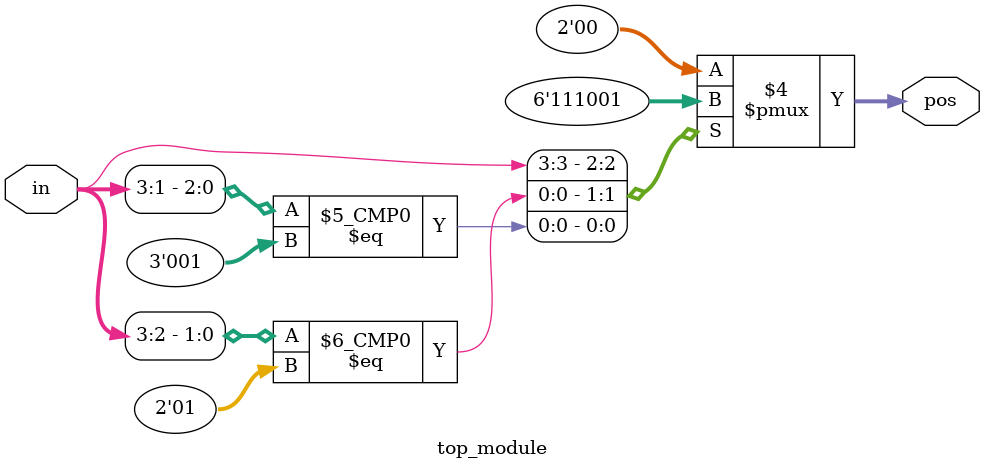
<source format=sv>
module top_module (
    input [3:0] in,
    output reg [1:0] pos
);

always @(*) begin
    casez (in)
        4'b1???:  pos = 2'b11;
        4'b01??:  pos = 2'b10;
        4'b001?:  pos = 2'b01;
        4'b0001:  pos = 2'b00;
        default:  pos = 2'b00;
    endcase
end

endmodule

</source>
